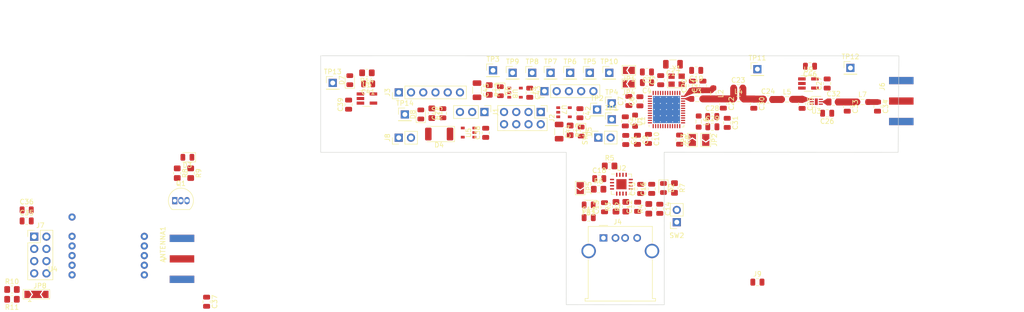
<source format=kicad_pcb>
(kicad_pcb (version 20211014) (generator pcbnew)
  (layers (0 "F.Cu" signal) (31 "B.Cu" signal) (34 "B.Paste" user) (35 "F.Paste" user) (36 "B.SilkS" user "B.Silkscreen") (37 "F.SilkS" user "F.Silkscreen") (38 "B.Mask" user) (39 "F.Mask" user) (44 "Edge.Cuts" user))
  (net 0 "")
  (net 1 "Net-(ANTENNA1-Pad1)")
  (net 2 "Net-(ANTENNA1-Pad2)")
  (net 3 "+3V3")
  (net 4 "GND")
  (net 5 "Net-(C5-Pad1)")
  (net 6 "NRST")
  (net 7 "/USB_5V")
  (net 8 "Net-(C12-Pad1)")
  (net 9 "Net-(C13-Pad1)")
  (net 10 "Net-(C14-Pad1)")
  (net 11 "Net-(C15-Pad2)")
  (net 12 "Net-(C17-Pad2)")
  (net 13 "/USB_3V3")
  (net 14 "Net-(C19-Pad2)")
  (net 15 "Net-(C20-Pad1)")
  (net 16 "Net-(C22-Pad1)")
  (net 17 "Net-(C23-Pad2)")
  (net 18 "Net-(C24-Pad2)")
  (net 19 "RFSW_VC1")
  (net 20 "RFSW_VC2")
  (net 21 "Net-(C28-Pad1)")
  (net 22 "Net-(C29-Pad1)")
  (net 23 "Net-(C29-Pad2)")
  (net 24 "Net-(C32-Pad1)")
  (net 25 "Net-(C32-Pad2)")
  (net 26 "Net-(C34-Pad1)")
  (net 27 "+3V3_RFID")
  (net 28 "Net-(C38-Pad1)")
  (net 29 "+5V")
  (net 30 "+5V_GPS")
  (net 31 "Net-(D2-Pad1)")
  (net 32 "Net-(D3-Pad1)")
  (net 33 "Net-(D4-Pad2)")
  (net 34 "Net-(D5-Pad2)")
  (net 35 "Net-(D6-Pad2)")
  (net 36 "Net-(D7-Pad2)")
  (net 37 "Net-(D8-Pad2)")
  (net 38 "ALARM_ON")
  (net 39 "RFID_LED")
  (net 40 "RFID_DATA0")
  (net 41 "RFID_DATA1")
  (net 42 "RFID_NRST")
  (net 43 "RFID_TAG_IN_RANGE")
  (net 44 "GPS_RXD")
  (net 45 "GPS_TXD")
  (net 46 "GPS_STATE")
  (net 47 "DEBUG_JTMS_SWDIO")
  (net 48 "DEBUG_JTCK_SWCLK")
  (net 49 "Net-(J7-Pad2)")
  (net 50 "Net-(J7-Pad3)")
  (net 51 "Net-(J7-Pad4)")
  (net 52 "Net-(J7-Pad5)")
  (net 53 "Net-(J7-Pad6)")
  (net 54 "Net-(JP1-Pad1)")
  (net 55 "Net-(JP2-Pad1)")
  (net 56 "Net-(JP8-Pad1)")
  (net 57 "Net-(JP8-Pad2)")
  (net 58 "Net-(JP8-Pad3)")
  (net 59 "Net-(L1-Pad2)")
  (net 60 "Net-(C25-Pad1)")
  (net 61 "Net-(Q1-Pad2)")
  (net 62 "Net-(Q1-Pad3)")
  (net 63 "Net-(R2-Pad2)")
  (net 64 "Net-(R3-Pad2)")
  (net 65 "I2C1_SCL")
  (net 66 "I2C1_SDA")
  (net 67 "Net-(TP1-Pad1)")
  (net 68 "Net-(L3-Pad1)")
  (net 69 "DBUG_JTDO_SWO")
  (net 70 "DEBUG_JTRST")
  (net 71 "GPS_~{PWR}")
  (net 72 "RFID_~{PWR}")
  (net 73 "Net-(TP2-Pad1)")
  (net 74 "Net-(U1-Pad12)")
  (net 75 "Net-(U1-Pad15)")
  (net 76 "Net-(U1-Pad17)")
  (net 77 "Net-(U1-Pad31)")
  (net 78 "Net-(U1-Pad32)")
  (net 79 "Net-(U1-Pad38)")
  (net 80 "DEBUG_JTDI")
  (net 91 "Net-(U1-Pad39)")
  (net 92 "Net-(U1-Pad40)")
  (footprint "Inductor_SMD:L_0805_2012Metric_Pad1.05x1.20mm_HandSolder" (layer "F.Cu") (at 172.992 144.554 -90)
    (fp_text reference "L1")
    (fp_text value "15u")
  )
  (footprint "Connector_PinHeader_2.54mm:PinHeader_1x01_P2.54mm_Vertical" (layer "F.Cu") (at 159.512 134.62)
    (fp_text reference "TP6")
    (fp_text value "TestPoint")
  )
  (footprint "Capacitor_SMD:C_0805_2012Metric" (layer "F.Cu") (at 184.88 137.29 90)
    (fp_text reference "C20")
    (fp_text value "47n")
  )
  (footprint "Jumper:SolderJumper-2_P1.3mm_Open_TrianglePad1.0x1.5mm" (layer "F.Cu") (at 161.608 158.533 -90)
    (fp_text reference "JP5")
    (fp_text value "SolderJumper_2_Open")
  )
  (footprint "Resistor_SMD:R_0805_2012Metric_Pad1.20x1.40mm_HandSolder" (layer "F.Cu") (at 169.026 162.414 90)
    (fp_text reference "R3")
    (fp_text value "27R")
  )
  (footprint "Capacitor_SMD:C_0805_2012Metric" (layer "F.Cu") (at 182.23 148.48 -90)
    (fp_text reference "C8")
    (fp_text value "0.1u")
  )
  (footprint "Capacitor_SMD:C_0805_2012Metric" (layer "F.Cu") (at 46.736 165.354)
    (fp_text reference "C35")
    (fp_text value "10n")
  )
  (footprint "new_footprints:SOT25" (layer "F.Cu") (at 139.63 148.066 90)
    (fp_text reference "U5")
    (fp_text value "AP7370-50W5-7")
  )
  (footprint "Connector_PinSocket_2.54mm:PinSocket_1x02_P2.54mm_Vertical" (layer "F.Cu") (at 181.649 165.61 180)
    (fp_text reference "SW2")
    (fp_text value "SW_Push")
  )
  (footprint "Inductor_SMD:L_0805_2012Metric_Pad1.05x1.20mm_HandSolder" (layer "F.Cu") (at 185.9 140.03)
    (fp_text reference "L3")
    (fp_text value "4.45n")
  )
  (footprint "Connector_PinHeader_2.54mm:PinHeader_1x01_P2.54mm_Vertical" (layer "F.Cu") (at 155.448 134.62)
    (fp_text reference "TP7")
    (fp_text value "TestPoint")
  )
  (footprint "Connector_PinHeader_2.54mm:PinHeader_1x01_P2.54mm_Vertical" (layer "F.Cu") (at 168.148 144.272)
    (fp_text reference "TP1")
    (fp_text value "TestPoint")
  )
  (footprint "Connector_PinHeader_2.54mm:PinHeader_1x01_P2.54mm_Vertical" (layer "F.Cu") (at 143.51 134.112)
    (fp_text reference "TP3")
    (fp_text value "TestPoint")
  )
  (footprint "Inductor_SMD:L_0805_2012Metric_Pad1.05x1.20mm_HandSolder" (layer "F.Cu") (at 189.23 138.93 -90)
    (fp_text reference "L2")
    (fp_text value "47n")
  )
  (footprint "Capacitor_SMD:C_1206_3216Metric" (layer "F.Cu") (at 140.1915 138.225 -90)
    (fp_text reference "C45")
    (fp_text value "10u")
  )
  (footprint "Capacitor_SMD:C_0805_2012Metric" (layer "F.Cu") (at 133.096 143.002 90)
    (fp_text reference "C40")
    (fp_text value "1u")
  )
  (footprint "Resistor_SMD:R_0805_2012Metric_Pad1.20x1.40mm_HandSolder" (layer "F.Cu") (at 175.832 162.836 90)
    (fp_text reference "R4")
    (fp_text value "5k")
  )
  (footprint "Capacitor_SMD:C_0805_2012Metric" (layer "F.Cu") (at 151.13 138.75 -90)
    (fp_text reference "C43")
    (fp_text value "1u")
  )
  (footprint "Jumper:SolderJumper-3_P2.0mm_Open_TrianglePad1.0x1.5mm" (layer "F.Cu") (at 48.768 180.594)
    (fp_text reference "JP8")
    (fp_text value "SolderJumper_3_Open")
  )
  (footprint "Resistor_SMD:R_0805_2012Metric_Pad1.20x1.40mm_HandSolder" (layer "F.Cu") (at 159.512 146.558 -90)
    (fp_text reference "R12")
    (fp_text value "200R")
  )
  (footprint "Jumper:SolderJumper-2_P1.3mm_Open_TrianglePad1.0x1.5mm" (layer "F.Cu") (at 171.667 136.906 180)
    (fp_text reference "JP4")
    (fp_text value "SolderJumper_2_Open")
  )
  (footprint "Resistor_SMD:R_0805_2012Metric_Pad1.20x1.40mm_HandSolder" (layer "F.Cu") (at 130.81 143.002 -90)
    (fp_text reference "R15")
    (fp_text value "200R")
  )
  (footprint "Capacitor_SMD:C_1206_3216Metric" (layer "F.Cu") (at 180.848 132.842 180)
    (fp_text reference "C17")
    (fp_text value "DNP")
  )
  (footprint "Capacitor_SMD:C_0805_2012Metric" (layer "F.Cu") (at 175.448 136.652 180)
    (fp_text reference "C4")
    (fp_text value "100n")
  )
  (footprint "Connector_PinHeader_2.54mm:PinHeader_1x02_P2.54mm_Vertical" (layer "F.Cu") (at 123.947 148.082 90)
    (fp_text reference "J8")
    (fp_text value "BATT")
  )
  (footprint "Connector_PinHeader_2.54mm:PinHeader_1x01_P2.54mm_Vertical" (layer "F.Cu") (at 167.64 134.62)
    (fp_text reference "TP10")
    (fp_text value "TestPoint")
  )
  (footprint "Package_DFN_QFN:DFN-6-1EP_2x2mm_P0.5mm_EP0.6x1.37mm" (layer "F.Cu") (at 210.6 140.62 180)
    (fp_text reference "U3")
    (fp_text value "SKY13370-374LF")
  )
  (footprint "Connector_PinHeader_2.54mm:PinHeader_1x01_P2.54mm_Vertical" (layer "F.Cu") (at 151.638 134.62)
    (fp_text reference "TP8")
    (fp_text value "TestPoint")
  )
  (footprint "LED_SMD:LED_0805_2012Metric" (layer "F.Cu") (at 163.356 162.024 180)
    (fp_text reference "FB1")
    (fp_text value "FerriteBead")
  )
  (footprint "Capacitor_SMD:C_0805_2012Metric" (layer "F.Cu") (at 170.962 144.694 -90)
    (fp_text reference "C5")
    (fp_text value "470n")
  )
  (footprint "Capacitor_SMD:C_0805_2012Metric" (layer "F.Cu") (at 171.052 148.554 -90)
    (fp_text reference "C1")
    (fp_text value "4.7u")
  )
  (footprint "Capacitor_SMD:C_0805_2012Metric" (layer "F.Cu") (at 178.118 162.836 -90)
    (fp_text reference "C14")
    (fp_text value "0.1u")
  )
  (footprint "Capacitor_SMD:C_0805_2012Metric" (layer "F.Cu") (at 187.07 137.29 90)
    (fp_text reference "C21")
    (fp_text value "68p")
  )
  (footprint "Capacitor_SMD:C_0805_2012Metric" (layer "F.Cu") (at 175.448 134.442 180)
    (fp_text reference "C3")
    (fp_text value "4.7u")
  )
  (footprint "Connector_Coaxial:SMA_Amphenol_132289_EdgeMount" (layer "F.Cu") (at 78.9655 173.228)
    (fp_text reference "ANTENNA1")
    (fp_text value "1.337m")
  )
  (footprint "Resistor_SMD:R_0805_2012Metric_Pad1.20x1.40mm_HandSolder" (layer "F.Cu") (at 142.7315 138.176 -90)
    (fp_text reference "R13")
    (fp_text value "200R")
  )
  (footprint "Capacitor_SMD:C_0805_2012Metric" (layer "F.Cu") (at 46.736 163.068)
    (fp_text reference "C36")
    (fp_text value "1u")
  )
  (footprint "Resistor_SMD:R_0805_2012Metric_Pad1.20x1.40mm_HandSolder" (layer "F.Cu") (at 77.978 155.448 -90)
    (fp_text reference "R8")
    (fp_text value "15R")
  )
  (footprint "Connector_PinHeader_2.54mm:PinHeader_1x01_P2.54mm_Vertical" (layer "F.Cu") (at 168.148 140.97)
    (fp_text reference "TP4")
    (fp_text value "TestPoint")
  )
  (footprint "Capacitor_SMD:C_0805_2012Metric" (layer "F.Cu") (at 200.59 140.15)
    (fp_text reference "C24")
    (fp_text value "68p")
  )
  (footprint "new_footprints:ID-3LA" (layer "F.Cu") (at 56.154 176.55)
    (fp_text reference "U4")
    (fp_text value "ID-3LA")
  )
  (footprint "Resistor_SMD:R_0805_2012Metric_Pad1.20x1.40mm_HandSolder" (layer "F.Cu") (at 43.688 181.61 180)
    (fp_text reference "R11")
    (fp_text value "1k")
  )
  (footprint "Connector_PinHeader_2.54mm:PinHeader_1x01_P2.54mm_Vertical" (layer "F.Cu") (at 110.246 136.714)
    (fp_text reference "TP13")
    (fp_text value "TestPoint")
  )
  (footprint "Resistor_SMD:R_0805_2012Metric_Pad1.20x1.40mm_HandSolder" (layer "F.Cu") (at 165.418 158.772)
    (fp_text reference "R6")
    (fp_text value "1k")
  )
  (footprint "Capacitor_SMD:C_0805_2012Metric" (layer "F.Cu") (at 191.3 141 -90)
    (fp_text reference "C22")
    (fp_text value "0.7p")
  )
  (footprint "Capacitor_SMD:C_0805_2012Metric" (layer "F.Cu") (at 161.544 143.002 -90)
    (fp_text reference "C42")
    (fp_text value "1u")
  )
  (footprint "Jumper:SolderJumper-2_P1.3mm_Open_TrianglePad1.0x1.5mm" (layer "F.Cu") (at 184.87 148.56 90)
    (fp_text reference "JP3")
    (fp_text value "SolderJumper_2_Open")
  )
  (footprint "Connector_USB:USB_A_Molex_67643_Horizontal" (layer "F.Cu") (at 166.426 168.884)
    (fp_text reference "J4")
    (fp_text value "USB_A")
  )
  (footprint "Capacitor_SMD:C_0805_2012Metric" (layer "F.Cu") (at 192.11 145 -90)
    (fp_text reference "C31")
    (fp_text value "1p")
  )
  (footprint "Capacitor_SMD:C_0805_2012Metric" (layer "F.Cu") (at 207.65 141.05 -90)
    (fp_text reference "C25")
    (fp_text value "DNP")
  )
  (footprint "Resistor_SMD:R_0805_2012Metric_Pad1.20x1.40mm_HandSolder" (layer "F.Cu") (at 117.348 134.62 180)
    (fp_text reference "R14")
    (fp_text value "200R")
  )
  (footprint "Resistor_SMD:R_0805_2012Metric_Pad1.20x1.40mm_HandSolder" (layer "F.Cu") (at 171.066 162.404 90)
    (fp_text reference "R2")
    (fp_text value "27R")
  )
  (footprint "Capacitor_SMD:C_0805_2012Metric" (layer "F.Cu") (at 113.538 141.224 90)
    (fp_text reference "C39")
    (fp_text value "1u")
  )
  (footprint "Capacitor_SMD:C_0805_2012Metric" (layer "F.Cu") (at 217.02 141.625 -90)
    (fp_text reference "C33")
    (fp_text value "3.3p")
  )
  (footprint "Package_DFN_QFN:QFN-48-1EP_7x7mm_P0.5mm_EP5.6x5.6mm_ThermalVias" (layer "F.Cu") (at 179.51 142.24 90)
    (fp_text reference "U1")
    (fp_text value "STM32WL55_UFQFPN48")
  )
  (footprint "Capacitor_SMD:C_0805_2012Metric" (layer "F.Cu") (at 84.074 182.118 -90)
    (fp_text reference "C37")
    (fp_text value "DNP")
  )
  (footprint "Connector_PinHeader_2.54mm:PinHeader_1x06_P2.54mm_Vertical" (layer "F.Cu") (at 123.952 138.684 90)
    (fp_text reference "J3")
    (fp_text value "GPS_CONN")
  )
  (footprint "Capacitor_SMD:C_0805_2012Metric" (layer "F.Cu") (at 165.556 156.574)
    (fp_text reference "C18")
    (fp_text value "100n")
  )
  (footprint "Connector_PinHeader_2.54mm:PinHeader_1x01_P2.54mm_Vertical" (layer "F.Cu") (at 163.576 134.62)
    (fp_text reference "TP5")
    (fp_text value "TestPoint")
  )
  (footprint "Resistor_SMD:R_0805_2012Metric_Pad1.20x1.40mm_HandSolder" (layer "F.Cu") (at 181.166 158.518 -90)
    (fp_text reference "R7")
    (fp_text value "500R")
  )
  (footprint "Capacitor_SMD:C_0805_2012Metric" (layer "F.Cu") (at 171.704 140.462 90)
    (fp_text reference "C7")
    (fp_text value "10n")
  )
  (footprint "Capacitor_SMD:C_0805_2012Metric" (layer "F.Cu") (at 189.03 145.82)
    (fp_text reference "C29")
    (fp_text value "3p")
  )
  (footprint "Package_TO_SOT_SMD:SOT-23-5_HandSoldering" (layer "F.Cu") (at 208.96 136.83)
    (fp_text reference "U9")
    (fp_text value "74LVC1G04")
  )
  (footprint "Capacitor_SMD:C_0805_2012Metric" (layer "F.Cu") (at 197.625 141.025 -90)
    (fp_text reference "C30")
    (fp_text value "5.1p")
  )
  (footprint "Capacitor_SMD:C_0805_2012Metric" (layer "F.Cu") (at 163.366 164.674)
    (fp_text reference "C11")
    (fp_text value "10n")
  )
  (footprint "Capacitor_SMD:C_0805_2012Metric" (layer "F.Cu") (at 198.374 178.054)
    (fp_text reference "J9")
    (fp_text value "RFShield_TwoPieces")
  )
  (footprint "Capacitor_SMD:C_0805_2012Metric" (layer "F.Cu") (at 175.768 148.336 -90)
    (fp_text reference "C10")
    (fp_text value "4.7u")
  )
  (footprint "Connector_PinHeader_2.54mm:PinHeader_2x04_P2.54mm_Vertical" (layer "F.Cu") (at 153.416 142.748 -90)
    (fp_text reference "J2")
    (fp_text value "RFID_CONN")
  )
  (footprint "new_footprints:SOT25" (layer "F.Cu") (at 146.882 137.684 -90)
    (fp_text reference "U8")
    (fp_text value "AP22811BW5-7")
  )
  (footprint "Capacitor_SMD:C_0805_2012Metric" (layer "F.Cu") (at 174.156 158.714 90)
    (fp_text reference "C15")
    (fp_text value "100n")
  )
  (footprint "Jumper:SolderJumper-2_P1.3mm_Open_TrianglePad1.0x1.5mm" (layer "F.Cu") (at 187.66 148.55 -90)
    (fp_text reference "JP2")
    (fp_text value "SolderJumper_2_Open")
  )
  (footprint "Capacitor_SMD:C_0805_2012Metric" (layer "F.Cu") (at 185.674 134.112 180)
    (fp_text reference "C19")
    (fp_text value "DNP")
  )
  (footprint "LED_SMD:LED_0805_2012Metric" (layer "F.Cu") (at 80.0885 152.146 180)
    (fp_text reference "D3")
    (fp_text value "LED")
  )
  (footprint "Connector_PinHeader_2.54mm:PinHeader_1x01_P2.54mm_Vertical" (layer "F.Cu") (at 198.374 133.858)
    (fp_text reference "TP11")
    (fp_text value "TestPoint")
  )
  (footprint "Capacitor_SMD:C_0805_2012Metric" (layer "F.Cu") (at 194.4 137.825)
    (fp_text reference "C23")
    (fp_text value "2p")
  )
  (footprint "Resistor_SMD:R_0805_2012Metric_Pad1.20x1.40mm_HandSolder" (layer "F.Cu") (at 167.704 153.946)
    (fp_text reference "R5")
    (fp_text value "1k")
  )
  (footprint "Inductor_SMD:L_0805_2012Metric_Pad1.05x1.20mm_HandSolder" (layer "F.Cu") (at 186.19 144.73 -90)
    (fp_text reference "L6")
    (fp_text value "11n")
  )
  (footprint "Capacitor_SMD:C_0805_2012Metric" (layer "F.Cu") (at 117.602 136.906 180)
    (fp_text reference "C41")
    (fp_text value "1u")
  )
  (footprint "Capacitor_SMD:C_0805_2012Metric" (layer "F.Cu") (at 166.651 162.514 90)
    (fp_text reference "C13")
    (fp_text value "47p")
  )
  (footprint "Jumper:SolderJumper-2_P1.3mm_Open_TrianglePad1.0x1.5mm" (layer "F.Cu") (at 171.704 134.112 180)
    (fp_text reference "JP1")
    (fp_text value "SolderJumper_2_Bridged")
  )
  (footprint "Package_DFN_QFN:QFN-16-1EP_4x4mm_P0.65mm_EP2.1x2.1mm" (layer "F.Cu") (at 170.156 157.734)
    (fp_text reference "U2")
    (fp_text value "FT201XQ")
  )
  (footprint "new_footprints:SOT25" (layer "F.Cu") (at 157.042 141.748 -90)
    (fp_text reference "U7")
    (fp_text value "AP22811BW5-7")
  )
  (footprint "Inductor_SMD:L_0805_2012Metric_Pad1.05x1.20mm_HandSolder" (layer "F.Cu") (at 204.52 140.12)
    (fp_text reference "L5")
    (fp_text value "8.7n")
  )
  (footprint "Capacitor_SMD:C_0805_2012Metric" (layer "F.Cu") (at 173.99 140.528 90)
    (fp_text reference "C6")
    (fp_text value "1u")
  )
  (footprint "Inductor_SMD:L_0805_2012Metric_Pad1.05x1.20mm_HandSolder" (layer "F.Cu") (at 194.45 140.05)
    (fp_text reference "L4")
    (fp_text value "3.6n")
  )
  (footprint "LED_SMD:LED_0805_2012Metric" (layer "F.Cu") (at 145.034 138.43 -90)
    (fp_text reference "D6")
    (fp_text value "LED")
  )
  (footprint "Diode_SMD:D_2010_5025Metric" (layer "F.Cu") (at 132.334 147.32 180)
    (fp_text reference "D4")
    (fp_text value "D")
  )
  (footprint "Connector_PinHeader_2.54mm:PinHeader_2x04_P2.54mm_Vertical" (layer "F.Cu") (at 48.297 168.616)
    (fp_text reference "J7")
    (fp_text value "Conn_01x08_Male")
  )
  (footprint "Connector_PinHeader_2.54mm:PinHeader_1x01_P2.54mm_Vertical" (layer "F.Cu") (at 217.678 133.604)
    (fp_text reference "TP12")
    (fp_text value "TestPoint")
  )
  (footprint "Capacitor_SMD:C_1206_3216Metric" (layer "F.Cu") (at 157.226 146.812 -90)
    (fp_text reference "C44")
    (fp_text value "10u")
  )
  (footprint "LED_SMD:LED_0805_2012Metric" (layer "F.Cu") (at 113.792 136.144 90)
    (fp_text reference "D7")
    (fp_text value "LED")
  )
  (footprint "Capacitor_SMD:C_0805_2012Metric" (layer "F.Cu") (at 214.19 140.67)
    (fp_text reference "C32")
    (fp_text value "56p")
  )
  (footprint "Capacitor_SMD:C_0805_2012Metric" (layer "F.Cu") (at 223.3 141.625 -90)
    (fp_text reference "C34")
    (fp_text value "3.3p")
  )
  (footprint "Resistor_SMD:R_0805_2012Metric_Pad1.20x1.40mm_HandSolder" (layer "F.Cu") (at 80.772 155.448 -90)
    (fp_text reference "R9")
    (fp_text value "300R")
  )
  (footprint "Resistor_SMD:R_0805_2012Metric_Pad1.20x1.40mm_HandSolder" (layer "F.Cu") (at 43.688 179.578)
    (fp_text reference "R10")
    (fp_text value "1k")
  )
  (footprint "Capacitor_SMD:C_0805_2012Metric" (layer "F.Cu") (at 176.436 158.694 90)
    (fp_text reference "C16")
    (fp_text value "4.7u")
  )
  (footprint "Connector_PinHeader_2.54mm:PinHeader_1x01_P2.54mm_Vertical" (layer "F.Cu") (at 125.222 143.256)
    (fp_text reference "TP14")
    (fp_text value "TestPoint")
  )
  (footprint "Capacitor_SMD:C_0805_2012Metric" (layer "F.Cu") (at 173.521 162.414 90)
    (fp_text reference "C12")
    (fp_text value "47p")
  )
  (footprint "Capacitor_SMD:C_0805_2012Metric" (layer "F.Cu") (at 212.852 143.002 180)
    (fp_text reference "C26")
    (fp_text value "1000p")
  )
  (footprint "LED_SMD:LED_0805_2012Metric" (layer "F.Cu") (at 178.88 158.518 -90)
    (fp_text reference "D2")
    (fp_text value "LED")
  )
  (footprint "Connector_PinHeader_2.54mm:PinHeader_1x01_P2.54mm_Vertical" (layer "F.Cu") (at 165.1 142.24)
    (fp_text reference "TP2")
    (fp_text value "TestPoint")
  )
  (footprint "Oscillator:Oscillator_SMD_Abracon_ASE-4Pin_3.2x2.5mm" (layer "F.Cu") (at 181.61 136.144)
    (fp_text reference "Y1")
    (fp_text value "32MHz")
  )
  (footprint "Inductor_SMD:L_0805_2012Metric_Pad1.05x1.20mm_HandSolder" (layer "F.Cu") (at 220.175 140.675)
    (fp_text reference "L7")
    (fp_text value "9.1n")
  )
  (footprint "Package_TO_SOT_SMD:SOT-23-5_HandSoldering" (layer "F.Cu") (at 117.348 139.954)
    (fp_text reference "U6")
    (fp_text value "S-1135A33-M5T1U")
  )
  (footprint "Connector_PinHeader_2.54mm:PinHeader_1x01_P2.54mm_Vertical" (layer "F.Cu") (at 147.574 134.62)
    (fp_text reference "TP9")
    (fp_text value "TestPoint")
  )
  (footprint "LED_SMD:LED_0805_2012Metric" (layer "F.Cu") (at 128.524 143.256 90)
    (fp_text reference "D8")
    (fp_text value "LED")
  )
  (footprint "LED_SMD:LED_0805_2012Metric" (layer "F.Cu") (at 161.798 146.812 -90)
    (fp_text reference "D5")
    (fp_text value "LED")
  )
  (footprint "Capacitor_SMD:C_0805_2012Metric" (layer "F.Cu") (at 189 143.68)
    (fp_text reference "C28")
    (fp_text value "4.7p")
  )
  (footprint "Connector_PinHeader_2.54mm:PinHeader_1x03_P2.54mm_Vertical" (layer "F.Cu") (at 141.732 142.748 -90)
    (fp_text reference "J1")
    (fp_text value "ALARM")
  )
  (footprint "Connector_PinSocket_2.54mm:PinSocket_1x02_P2.54mm_Vertical" (layer "F.Cu") (at 165.374 148.057 90)
    (fp_text reference "SW1")
    (fp_text value "SW_Push")
  )
  (footprint "Package_TO_SOT_THT:TO-92_Inline" (layer "F.Cu") (at 77.47 161.142)
    (fp_text reference "Q1")
    (fp_text value "2N3904")
  )
  (footprint "Connector_Coaxial:SMA_Amphenol_132289_EdgeMount" (layer "F.Cu") (at 228.2375 140.475)
    (fp_text reference "J6")
    (fp_text value "ANTENNA2")
  )
  (footprint "Capacitor_SMD:C_0805_2012Metric" (layer "F.Cu") (at 209.29 133.25 180)
    (fp_text reference "C46")
    (fp_text value "1u")
  )
  (footprint "Capacitor_SMD:C_0805_2012Metric" (layer "F.Cu") (at 141.986 147.066 90)
    (fp_text reference "C38")
    (fp_text value "1u")
  )
  (footprint "Connector_PinHeader_2.54mm:PinHeader_1x05_P2.54mm_Vertical" (layer "F.Cu") (at 154.183 138.43 90)
    (fp_text reference "J5")
    (fp_text value "DEBUG")
  )
  (footprint "Capacitor_SMD:C_0805_2012Metric" (layer "F.Cu") (at 173.482 148.524 -90)
    (fp_text reference "C2")
    (fp_text value "100n")
  )
  (footprint "Capacitor_SMD:C_0805_2012Metric" (layer "F.Cu") (at 212.852 136.84 90)
    (fp_text reference "C27")
    (fp_text value "1000p")
  )
  (footprint "Capacitor_SMD:C_0805_2012Metric" (layer "F.Cu") (at 178.308 136.144 90)
    (fp_text reference "C9")
    (fp_text value "4.7u")
  )
  (gr_poly (pts (xy 107.75 131.075) (xy 227.75 131.1) (xy 227.575 151.125) (xy 179.025 151.1) (xy 179.05 182.75) (xy 158.7 182.725) (xy 158.725 151.125) (xy 107.75 151.125)) (layer "Edge.Cuts") (width 0.1) (fill none))
  (segment (start 188.77 138.24) (end 189.23 137.78) (width 1.2) (layer "F.Cu") (net 15))
  (segment (start 184.88 138.24) (end 187.07 138.24) (width 1.2) (layer "F.Cu") (net 15))
  (segment (start 187.07 138.24) (end 188.77 138.24) (width 1.2) (layer "F.Cu") (net 15))
  (segment (start 187.05 140.03) (end 193.28 140.03) (width 1.45) (layer "F.Cu") (net 16))
  (segment (start 193.45 137.825) (end 193.45 139.9) (width 1.45) (layer "F.Cu") (net 16))
  (segment (start 193.45 139.9) (end 193.3 140.05) (width 1.45) (layer "F.Cu") (net 16))
  (segment (start 193.28 140.03) (end 193.3 140.05) (width 1.45) (layer "F.Cu") (net 16))
  (segment (start 197.6 140.05) (end 197.625 140.075) (width 1.45) (layer "F.Cu") (net 17))
  (segment (start 199.565 140.075) (end 199.64 140.15) (width 1.45) (layer "F.Cu") (net 17))
  (segment (start 197.625 140.075) (end 199.565 140.075) (width 1.45) (layer "F.Cu") (net 17))
  (segment (start 195.35 137.825) (end 195.35 139.8) (width 1.45) (layer "F.Cu") (net 17))
  (segment (start 195.35 139.8) (end 195.6 140.05) (width 1.45) (layer "F.Cu") (net 17))
  (segment (start 195.6 140.05) (end 197.6 140.05) (width 1.45) (layer "F.Cu") (net 17))
  (segment (start 203.34 140.15) (end 203.37 140.12) (width 1.45) (layer "F.Cu") (net 18))
  (segment (start 201.54 140.15) (end 203.34 140.15) (width 1.45) (layer "F.Cu") (net 18))
  (segment (start 215.14 140.67) (end 219.02 140.67) (width 1.45) (layer "F.Cu") (net 25))
  (segment (start 219.02 140.67) (end 219.025 140.675) (width 1.2) (layer "F.Cu") (net 25))
  (segment (start 221.325 140.675) (end 223.3 140.675) (width 1.2) (layer "F.Cu") (net 26))
  (segment (start 227.068334 140.44) (end 227.068117 140.464781) (width 1.2) (layer "F.Cu") (net 26))
  (segment (start 205.67 140.12) (end 207.63 140.12) (width 1.45) (layer "F.Cu") (net 60))
  (segment (start 207.63 140.12) (end 207.65 140.1) (width 1.45) (layer "F.Cu") (net 60))
  (zone (net 60) (net_name "Net-(C25-Pad1)") (layer "F.Cu") (connect_pads yes (clearance 0)) (min_thickness 0.254) (fill yes (thermal_gap 0.508) (thermal_bridge_width 0.508))
    (polygon (pts (xy 209.325 140) (xy 209.325 140.25) (xy 207.95 140.8) (xy 207.65 140.85) (xy 207.625 139.375) (xy 207.925 139.425)))
  )
  (zone (net 24) (net_name "Net-(C32-Pad1)") (layer "F.Cu") (connect_pads yes (clearance 0)) (min_thickness 0.254) (fill yes (thermal_gap 0.508) (thermal_bridge_width 0.508))
    (polygon (pts (xy 213.05 141.4) (xy 212.85 141.4) (xy 211.925 140.75) (xy 211.925 140.5) (xy 212.9 139.95) (xy 213.05 139.95)))
  )
  (zone (net 68) (net_name "Net-(L3-Pad1)") (layer "F.Cu") (connect_pads yes (clearance 0)) (min_thickness 0.254) (fill yes (thermal_gap 0.508) (thermal_bridge_width 0.508))
    (polygon (pts (xy 185.15 140.575) (xy 184.375 140.6) (xy 183.35 140.125) (xy 183.35 139.875) (xy 184.4 139.45) (xy 185.15 139.45)))
  )
  (zone (net 15) (net_name "Net-(C20-Pad1)") (layer "F.Cu") (connect_pads yes (clearance 0)) (min_thickness 0.254) (fill yes (thermal_gap 0.508) (thermal_bridge_width 0.508))
    (polygon (pts (xy 185.525 138.7) (xy 183.35 139.6) (xy 183.15 139.375) (xy 184.225 137.825) (xy 185.525 137.825)))
  )
)
</source>
